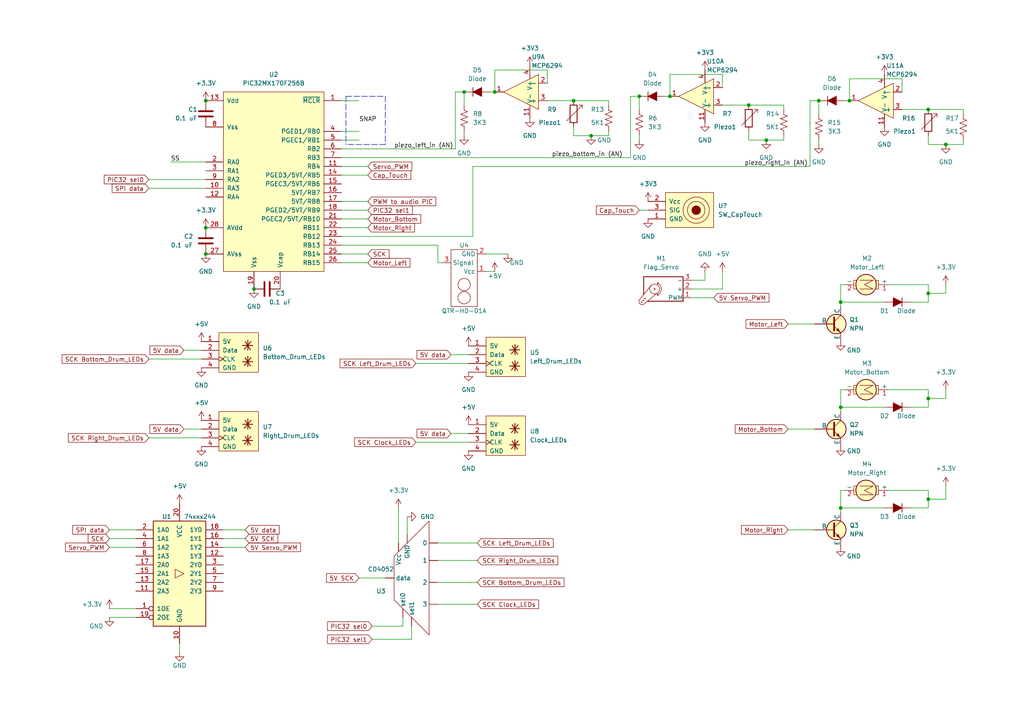
<source format=kicad_sch>
(kicad_sch (version 20211123) (generator eeschema)
  (paper "A4")
  (lib_symbols
    (symbol "ME218_BaseLib:74xxx244" (pin_names (offset 1.016))
      (property "Reference" "U" (at -7.62 16.51 0))
      (property "Value" "74xxx244" (at -7.62 -16.51 0))
      (symbol "74xxx244_1_0"
        (polyline (pts (xy 1.27 0) (xy -1.27 1.27) (xy -1.27 -1.27) (xy 1.27 0)) (stroke (width 0.1524)))
        (pin input inverted (at -12.7 -10.16 0) (length 5.08) (name "1OE") (number "1"))
        (pin power_in line (at 0 -20.32 90) (length 5.08) (name "GND") (number "10"))
        (pin input line (at -12.7 -5.08 0) (length 5.08) (name "2A3") (number "11"))
        (pin output line (at 12.7 5.08 180) (length 5.08) (name "1Y3") (number "12"))
        (pin input line (at -12.7 -2.54 0) (length 5.08) (name "2A2") (number "13"))
        (pin output line (at 12.7 7.62 180) (length 5.08) (name "1Y2") (number "14"))
        (pin input line (at -12.7 0 0) (length 5.08) (name "2A1") (number "15"))
        (pin output line (at 12.7 10.16 180) (length 5.08) (name "1Y1") (number "16"))
        (pin input line (at -12.7 2.54 0) (length 5.08) (name "2A0") (number "17"))
        (pin output line (at 12.7 12.7 180) (length 5.08) (name "1Y0") (number "18"))
        (pin input inverted (at -12.7 -12.7 0) (length 5.08) (name "2OE") (number "19"))
        (pin input line (at -12.7 12.7 0) (length 5.08) (name "1A0") (number "2"))
        (pin power_in line (at 0 20.32 270) (length 5.08) (name "VCC") (number "20"))
        (pin output line (at 12.7 2.54 180) (length 5.08) (name "2Y0") (number "3"))
        (pin input line (at -12.7 10.16 0) (length 5.08) (name "1A1") (number "4"))
        (pin output line (at 12.7 0 180) (length 5.08) (name "2Y1") (number "5"))
        (pin input line (at -12.7 7.62 0) (length 5.08) (name "1A2") (number "6"))
        (pin output line (at 12.7 -2.54 180) (length 5.08) (name "2Y2") (number "7"))
        (pin input line (at -12.7 5.08 0) (length 5.08) (name "1A3") (number "8"))
        (pin output line (at 12.7 -5.08 180) (length 5.08) (name "2Y3") (number "9"))
      )
      (symbol "74xxx244_1_1"
        (rectangle (start -7.62 15.24) (end 7.62 -15.24) (stroke (width 0.254)) (fill (type background)))
      )
    )
    (symbol "ME218_BaseLib:Cap" (pin_numbers hide) (pin_names (offset 0.254))
      (property "Reference" "C" (at 0.635 2.54 0))
      (property "Value" "Cap" (at 0.635 -2.54 0))
      (symbol "Cap_0_1"
        (polyline (pts (xy -2.032 -0.762) (xy 2.032 -0.762)) (stroke (width 0.508)))
        (polyline (pts (xy -2.032 0.762) (xy 2.032 0.762)) (stroke (width 0.508)))
      )
      (symbol "Cap_1_1"
        (pin passive line (at 0 3.81 270) (length 2.794) (name "~") (number "1"))
        (pin passive line (at 0 -3.81 90) (length 2.794) (name "~") (number "2"))
      )
    )
    (symbol "ME218_BaseLib:Diode" (pin_numbers hide) (pin_names (offset 1.016) hide)
      (property "Reference" "D" (at 0 2.54 0))
      (property "Value" "Diode" (at 0 -2.54 0))
      (symbol "Diode_0_1"
        (polyline (pts (xy -1.27 1.27) (xy -1.27 -1.27)) (stroke (width 0.2032)))
        (polyline (pts (xy 1.27 0) (xy -1.27 0)))
        (polyline (pts (xy 1.27 1.27) (xy 1.27 -1.27) (xy -1.27 0) (xy 1.27 1.27)) (stroke (width 0.2032)) (fill (type outline)))
      )
      (symbol "Diode_1_1"
        (pin passive line (at -3.81 0 0) (length 2.54) (name "K") (number "1"))
        (pin passive line (at 3.81 0 180) (length 2.54) (name "A") (number "2"))
      )
    )
    (symbol "ME218_BaseLib:Dot_Star" (pin_names (offset 1.016))
      (property "Reference" "U" (at 1.143 6.096 0))
      (property "Value" "Dot_Star" (at 0.762 -9.017 0))
      (symbol "Dot_Star_0_1"
        (rectangle (start -3.81 5.08) (end 7.62 -6.35) (fill (type background)))
        (polyline (pts (xy 3.048 1.397) (xy 5.969 1.397)) (stroke (width 0.254)))
        (polyline (pts (xy 3.556 0.254) (xy 5.461 2.54)) (stroke (width 0.254)))
        (polyline (pts (xy 3.81 2.54) (xy 5.334 0.127)) (stroke (width 0.254)))
        (polyline (pts (xy 4.572 2.921) (xy 4.572 0) (xy 4.572 0.127)) (stroke (width 0.254)))
      )
      (symbol "Dot_Star_1_1"
        (polyline (pts (xy 3.048 -3.302) (xy 5.969 -3.302)) (stroke (width 0.254)))
        (polyline (pts (xy 3.556 -4.445) (xy 5.461 -2.159)) (stroke (width 0.254)))
        (polyline (pts (xy 3.81 -2.159) (xy 5.334 -4.572)) (stroke (width 0.254)))
        (polyline (pts (xy 4.572 -1.778) (xy 4.572 -4.699) (xy 4.572 -4.572)) (stroke (width 0.254)))
        (pin power_in line (at -8.89 2.54 0) (length 5.08) (name "5V") (number "1"))
        (pin input line (at -8.89 0 0) (length 5.08) (name "Data") (number "2"))
        (pin input clock (at -8.89 -2.54 0) (length 5.08) (name "CLK") (number "3"))
        (pin power_in line (at -8.89 -5.08 0) (length 5.08) (name "GND") (number "4"))
      )
    )
    (symbol "ME218_BaseLib:MCP6294"
      (property "Reference" "U" (at 1.27 5.08 0))
      (property "Value" "MCP6294" (at 3.81 -5.08 0))
      (symbol "MCP6294_0_1"
        (polyline (pts (xy -5.08 5.08) (xy 5.08 0) (xy -5.08 -5.08) (xy -5.08 5.08)) (stroke (width 0.1524)) (fill (type background)))
        (pin power_in line (at -2.54 -7.62 90) (length 3.81) (name "V-") (number "11"))
        (pin power_in line (at -2.54 7.62 270) (length 3.81) (name "V+") (number "4"))
      )
      (symbol "MCP6294_1_1"
        (pin output line (at 7.62 0 180) (length 2.54) (name "~") (number "1"))
        (pin input line (at -7.62 2.54 0) (length 2.54) (name "-") (number "2"))
        (pin input line (at -7.62 -2.54 0) (length 2.54) (name "+") (number "3"))
      )
      (symbol "MCP6294_2_1"
        (pin input line (at -7.62 -2.54 0) (length 2.54) (name "+") (number "5"))
        (pin input line (at -7.62 2.54 0) (length 2.54) (name "-") (number "6"))
        (pin output line (at 7.62 0 180) (length 2.54) (name "~") (number "7"))
      )
      (symbol "MCP6294_3_1"
        (pin input line (at -7.62 -2.54 0) (length 2.54) (name "+") (number "10"))
        (pin output line (at 7.62 0 180) (length 2.54) (name "~") (number "8"))
        (pin input line (at -7.62 2.54 0) (length 2.54) (name "-") (number "9"))
      )
      (symbol "MCP6294_4_1"
        (pin input line (at -7.62 -2.54 0) (length 2.54) (name "+") (number "12"))
        (pin input line (at -7.62 2.54 0) (length 2.54) (name "-") (number "13"))
        (pin output line (at 7.62 0 180) (length 2.54) (name "~") (number "14"))
      )
    )
    (symbol "ME218_BaseLib:Motor" (pin_names (offset 0))
      (property "Reference" "M" (at 2.54 2.54 0))
      (property "Value" "Motor" (at 2.54 -5.08 0))
      (symbol "Motor_0_0"
        (circle (center 0 -1.524) (radius 2.9718) (stroke (width 0.254)) (fill (type background)))
        (polyline (pts (xy -1.27 -4.318) (xy -1.27 -5.08) (xy 1.27 -5.08) (xy 1.27 -4.318)) (fill (type background)))
        (polyline (pts (xy -1.27 1.27) (xy -1.27 2.032) (xy 1.27 2.032) (xy 1.27 1.27)) (fill (type background)))
        (polyline (pts (xy -1.27 -3.302) (xy -1.27 0.508) (xy 0 -2.032) (xy 1.27 0.508) (xy 1.27 -3.302)))
      )
      (symbol "Motor_0_1"
        (polyline (pts (xy 0 2.032) (xy 0 2.54)))
      )
      (symbol "Motor_1_1"
        (pin passive line (at 0 5.08 270) (length 2.54) (name "+") (number "1"))
        (pin passive line (at 0 -7.62 90) (length 2.54) (name "-") (number "2"))
      )
    )
    (symbol "ME218_BaseLib:Motor_Servo" (pin_names (offset 0.0254))
      (property "Reference" "M" (at -5.08 4.445 0))
      (property "Value" "Motor_Servo" (at -5.08 -4.064 0))
      (symbol "Motor_Servo_0_1"
        (polyline (pts (xy 2.413 -1.778) (xy 2.032 -1.778)))
        (polyline (pts (xy 2.413 -1.778) (xy 2.286 -1.397)))
        (polyline (pts (xy 2.413 1.778) (xy 1.905 1.778)))
        (polyline (pts (xy 2.413 1.778) (xy 2.286 1.397)))
        (polyline (pts (xy 6.35 4.445) (xy 2.54 1.27)))
        (polyline (pts (xy 7.62 3.175) (xy 4.191 -1.016)))
        (polyline (pts (xy 5.08 3.556) (xy -5.08 3.556) (xy -5.08 -3.556) (xy 6.35 -3.556) (xy 6.35 1.524)) (stroke (width 0.254)))
        (arc (start 2.413 1.778) (mid 1.2406 0) (end 2.413 -1.778))
        (circle (center 3.175 0) (radius 0.1778))
        (circle (center 3.175 0) (radius 1.4224))
        (circle (center 5.969 2.794) (radius 0.127))
        (circle (center 6.477 3.302) (radius 0.127))
        (circle (center 6.985 3.81) (radius 0.127))
        (arc (start 7.62 3.175) (mid 7.4485 4.2735) (end 6.35 4.445))
      )
      (symbol "Motor_Servo_1_1"
        (pin passive line (at -7.62 2.54 0) (length 2.54) (name "PWM") (number "1"))
        (pin passive line (at -7.62 0 0) (length 2.54) (name "+") (number "2"))
        (pin passive line (at -7.62 -2.54 0) (length 2.54) (name "-") (number "3"))
      )
    )
    (symbol "ME218_BaseLib:NPN" (pin_numbers hide) (pin_names (offset 0))
      (property "Reference" "Q" (at 5.08 1.27 0))
      (property "Value" "NPN" (at 5.08 -1.27 0))
      (symbol "NPN_0_1"
        (polyline (pts (xy 0.635 0.635) (xy 2.54 2.54)))
        (polyline (pts (xy 0.635 -0.635) (xy 2.54 -2.54) (xy 2.54 -2.54)))
        (polyline (pts (xy 0.635 1.905) (xy 0.635 -1.905) (xy 0.635 -1.905)) (stroke (width 0.508)))
        (polyline (pts (xy 1.27 -1.778) (xy 1.778 -1.27) (xy 2.286 -2.286) (xy 1.27 -1.778) (xy 1.27 -1.778)) (fill (type outline)))
        (circle (center 1.27 0) (radius 2.8194) (stroke (width 0.254)) (fill (type background)))
      )
      (symbol "NPN_1_1"
        (pin input line (at -5.08 0 0) (length 5.715) (name "B") (number "1"))
        (pin passive line (at 2.54 5.08 270) (length 2.54) (name "C") (number "2"))
        (pin passive line (at 2.54 -5.08 90) (length 2.54) (name "E") (number "3"))
      )
    )
    (symbol "ME218_BaseLib:PIC32MX170F256B" (pin_names (offset 1.016))
      (property "Reference" "U" (at -20.32 25.4 0))
      (property "Value" "PIC32MX170F256B" (at -7.62 25.4 0))
      (symbol "PIC32MX170F256B_0_1"
        (rectangle (start -21.59 24.13) (end 7.62 -27.94) (fill (type background)))
      )
      (symbol "PIC32MX170F256B_1_1"
        (pin input line (at 12.7 21.59 180) (length 5.08) (name "~{MCLR}") (number "1"))
        (pin bidirectional line (at -26.67 -3.81 0) (length 5.08) (name "RA3") (number "10"))
        (pin bidirectional line (at 12.7 2.54 180) (length 5.08) (name "RB4") (number "11"))
        (pin bidirectional line (at -26.67 -6.35 0) (length 5.08) (name "RA4") (number "12"))
        (pin power_in line (at -26.67 21.59 0) (length 5.08) (name "Vdd") (number "13"))
        (pin bidirectional line (at 12.7 0 180) (length 5.08) (name "PGED3/5VT/RB5") (number "14"))
        (pin bidirectional line (at 12.7 -2.54 180) (length 5.08) (name "PGEC3/5VT/RB6") (number "15"))
        (pin bidirectional line (at 12.7 -5.08 180) (length 5.08) (name "5VT/RB7") (number "16"))
        (pin bidirectional line (at 12.7 -7.62 180) (length 5.08) (name "5VT/RB8") (number "17"))
        (pin bidirectional line (at 12.7 -10.16 180) (length 5.08) (name "PGED2/5VT/RB9") (number "18"))
        (pin power_in line (at -12.7 -33.02 90) (length 5.08) (name "Vss") (number "19"))
        (pin bidirectional line (at -26.67 3.81 0) (length 5.08) (name "RA0") (number "2"))
        (pin input line (at -5.08 -33.02 90) (length 5.08) (name "Vcap") (number "20"))
        (pin bidirectional line (at 12.7 -12.7 180) (length 5.08) (name "PGEC2/5VT/RB10") (number "21"))
        (pin bidirectional line (at 12.7 -15.24 180) (length 5.08) (name "RB11") (number "22"))
        (pin bidirectional line (at 12.7 -17.78 180) (length 5.08) (name "RB12") (number "23"))
        (pin bidirectional line (at 12.7 -20.32 180) (length 5.08) (name "RB13") (number "24"))
        (pin bidirectional line (at 12.7 -22.86 180) (length 5.08) (name "RB14") (number "25"))
        (pin bidirectional line (at 12.7 -25.4 180) (length 5.08) (name "RB15") (number "26"))
        (pin power_in line (at -26.67 -22.86 0) (length 5.08) (name "AVss") (number "27"))
        (pin power_in line (at -26.67 -15.24 0) (length 5.08) (name "AVdd") (number "28"))
        (pin bidirectional line (at -26.67 1.27 0) (length 5.08) (name "RA1") (number "3"))
        (pin bidirectional line (at 12.7 12.7 180) (length 5.08) (name "PGED1/RB0") (number "4"))
        (pin bidirectional line (at 12.7 10.16 180) (length 5.08) (name "PGEC1/RB1") (number "5"))
        (pin bidirectional line (at 12.7 7.62 180) (length 5.08) (name "RB2") (number "6"))
        (pin bidirectional line (at 12.7 5.08 180) (length 5.08) (name "RB3") (number "7"))
        (pin power_in line (at -26.67 13.97 0) (length 5.08) (name "Vss") (number "8"))
        (pin bidirectional line (at -26.67 -1.27 0) (length 5.08) (name "RA2") (number "9"))
      )
    )
    (symbol "ME218_BaseLib:Res1" (pin_numbers hide) (pin_names (offset 0))
      (property "Reference" "R" (at 2.54 0 90))
      (property "Value" "Res1" (at -2.54 0 90))
      (symbol "Res1_0_1"
        (polyline (pts (xy 0 -2.286) (xy 0 -2.54)))
        (polyline (pts (xy 0 2.286) (xy 0 2.54)))
        (polyline (pts (xy 0 -0.762) (xy 1.016 -1.143) (xy 0 -1.524) (xy -1.016 -1.905) (xy 0 -2.286)))
        (polyline (pts (xy 0 0.762) (xy 1.016 0.381) (xy 0 0) (xy -1.016 -0.381) (xy 0 -0.762)))
        (polyline (pts (xy 0 2.286) (xy 1.016 1.905) (xy 0 1.524) (xy -1.016 1.143) (xy 0 0.762)))
      )
      (symbol "Res1_1_1"
        (pin passive line (at 0 3.81 270) (length 1.27) (name "~") (number "1"))
        (pin passive line (at 0 -3.81 90) (length 1.27) (name "~") (number "2"))
      )
    )
    (symbol "ME218_BaseLib:Res_Adj2" (pin_numbers hide) (pin_names (offset 0))
      (property "Reference" "R" (at 2.54 -2.54 90))
      (property "Value" "Res_Adj2" (at -2.54 -1.27 90))
      (symbol "Res_Adj2_0_1"
        (rectangle (start -1.016 -2.54) (end 1.016 2.54) (stroke (width 0.254)))
        (polyline (pts (xy 2.54 1.524) (xy 2.54 2.54) (xy 1.524 2.54) (xy 2.54 2.54) (xy -2.032 -2.032)))
      )
      (symbol "Res_Adj2_1_1"
        (pin passive line (at 0 3.81 270) (length 1.27) (name "~") (number "1"))
        (pin passive line (at 0 -3.81 90) (length 1.27) (name "~") (number "2"))
      )
    )
    (symbol "ME218_BaseLib:SW_CapTouch" (pin_names (offset 1.016))
      (property "Reference" "U" (at -3.81 6.35 0))
      (property "Value" "SW_CapTouch" (at 2.54 -6.35 0))
      (symbol "SW_CapTouch_0_1"
        (rectangle (start -5.08 5.08) (end 8.89 -5.08) (fill (type background)))
        (circle (center 3.81 0) (radius 1.27) (fill (type outline)))
        (circle (center 3.81 0) (radius 2.54))
        (circle (center 3.81 0) (radius 3.81))
      )
      (symbol "SW_CapTouch_1_1"
        (pin power_in line (at -10.16 -2.54 0) (length 5.08) (name "GND") (number "1"))
        (pin power_in line (at -10.16 2.54 0) (length 5.08) (name "Vcc") (number "2"))
        (pin output line (at -10.16 0 0) (length 5.08) (name "SIG") (number "3"))
      )
    )
    (symbol "Project_Lib:4-1_MUX"
      (property "Reference" "U?" (at 6.35 -15.24 0))
      (property "Value" "CD4052" (at 8.89 -11.43 0))
      (symbol "4-1_MUX_0_1"
        (polyline (pts (xy -6.35 6.35) (xy -6.35 -6.35) (xy 3.81 -16.51) (xy 3.81 16.51) (xy -6.35 6.35) (xy -6.35 3.81) (xy -6.35 -3.81)))
      )
      (symbol "4-1_MUX_1_1"
        (pin output line (at 6.35 10.16 180) (length 2.54) (name "0") (number ""))
        (pin output line (at 6.35 5.08 180) (length 2.54) (name "1") (number ""))
        (pin output line (at 6.35 -1.27 180) (length 2.54) (name "2") (number ""))
        (pin output line (at 6.35 -7.62 180) (length 2.54) (name "3") (number ""))
        (pin input line (at -8.89 0 0) (length 2.54) (name "data") (number ""))
        (pin input line (at -2.54 12.7 270) (length 2.54) (name "GND") (number ""))
        (pin input line (at -3.81 -11.43 90) (length 2.54) (name "sel0") (number ""))
        (pin input line (at -1.27 -13.97 90) (length 2.54) (name "sel1") (number ""))
        (pin input line (at -5.08 10.16 270) (length 2.54) (name "Vcc") (number ""))
      )
    )
    (symbol "Project_Lib:QTR-HD-01A"
      (property "Reference" "U?" (at -17.78 26.67 0))
      (property "Value" "QTR-HD-01A" (at -17.78 7.62 0))
      (symbol "QTR-HD-01A_0_1"
        (rectangle (start -3.81 8.89) (end 3.81 -7.62))
        (circle (center 0 2.54) (radius 1.7961))
        (circle (center 0 6.35) (radius 1.7961))
      )
      (symbol "QTR-HD-01A_1_1"
        (pin input line (at -6.35 -1.27 0) (length 2.54) (name "Vcc") (number "1"))
        (pin input line (at -6.35 -6.35 0) (length 2.54) (name "GND") (number "2"))
        (pin output line (at 6.35 -3.81 180) (length 2.54) (name "Signal") (number "3"))
      )
    )
    (symbol "power:+3.3V" (power) (pin_names (offset 0))
      (property "Value" "+3.3V" (at 0 3.556 0))
      (symbol "+3.3V_0_1"
        (polyline (pts (xy -0.762 1.27) (xy 0 2.54)))
        (polyline (pts (xy 0 0) (xy 0 2.54)))
        (polyline (pts (xy 0 2.54) (xy 0.762 1.27)))
      )
      (symbol "+3.3V_1_1"
        (pin power_in line (at 0 0 90) (length 0) hide (name "+3.3V") (number "1"))
      )
    )
    (symbol "power:+3V3" (power) (pin_names (offset 0))
      (property "Value" "+3V3" (at 0 3.556 0))
      (symbol "+3V3_0_1"
        (polyline (pts (xy -0.762 1.27) (xy 0 2.54)))
        (polyline (pts (xy 0 0) (xy 0 2.54)))
        (polyline (pts (xy 0 2.54) (xy 0.762 1.27)))
      )
      (symbol "+3V3_1_1"
        (pin power_in line (at 0 0 90) (length 0) hide (name "+3V3") (number "1"))
      )
    )
    (symbol "power:+5V" (power) (pin_names (offset 0))
      (property "Value" "+5V" (at 0 3.556 0))
      (symbol "+5V_0_1"
        (polyline (pts (xy -0.762 1.27) (xy 0 2.54)))
        (polyline (pts (xy 0 0) (xy 0 2.54)))
        (polyline (pts (xy 0 2.54) (xy 0.762 1.27)))
      )
      (symbol "+5V_1_1"
        (pin power_in line (at 0 0 90) (length 0) hide (name "+5V") (number "1"))
      )
    )
    (symbol "power:GND" (power) (pin_names (offset 0))
      (property "Value" "GND" (at 0 -3.81 0))
      (symbol "GND_0_1"
        (polyline (pts (xy 0 0) (xy 0 -1.27) (xy 1.27 -1.27) (xy 0 -2.54) (xy -1.27 -1.27) (xy 0 -1.27)))
      )
      (symbol "GND_1_1"
        (pin power_in line (at 0 0 270) (length 0) hide (name "GND") (number "1"))
      )
    )
  )
  (junction (at 59.69 29.21))
  (junction (at 73.66 83.82))
  (junction (at 274.32 41.91))
  (junction (at 269.24 31.75))
  (junction (at 243.84 118.11))
  (junction (at 194.31 27.94))
  (junction (at 237.49 29.21))
  (junction (at 134.62 26.67))
  (junction (at 217.17 30.48))
  (junction (at 269.24 85.09))
  (junction (at 269.24 115.57))
  (junction (at 59.69 66.04))
  (junction (at 166.37 29.21))
  (junction (at 222.25 40.64))
  (junction (at 185.42 27.94))
  (junction (at 269.24 144.78))
  (junction (at 59.69 73.66))
  (junction (at 246.38 29.21))
  (junction (at 243.84 87.63))
  (junction (at 243.84 147.32))
  (junction (at 171.45 39.37))
  (junction (at 143.51 26.67))
  (polyline (pts (xy 100.33 27.94) (xy 100.33 41.91)))
  (polyline (pts (xy 100.33 27.94) (xy 111.76 27.94)))
  (wire (pts (xy 269.24 144.78) (xy 274.32 144.78)))
  (wire (pts (xy 237.49 40.64) (xy 237.49 41.91)))
  (wire (pts (xy 99.06 71.12) (xy 127 71.12)))
  (wire (pts (xy 269.24 115.57) (xy 274.32 115.57)))
  (wire (pts (xy 116.84 179.07) (xy 116.84 181.61)))
  (wire (pts (xy 194.31 21.59) (xy 194.31 27.94)))
  (wire (pts (xy 269.24 113.03) (xy 269.24 115.57)))
  (wire (pts (xy 43.18 127) (xy 58.42 127)))
  (wire (pts (xy 158.75 29.21) (xy 166.37 29.21)))
  (wire (pts (xy 31.75 176.53) (xy 39.37 176.53)))
  (wire (pts (xy 127 162.56) (xy 138.43 162.56)))
  (wire (pts (xy 269.24 39.37) (xy 269.24 41.91)))
  (wire (pts (xy 142.24 26.67) (xy 143.51 26.67)))
  (wire (pts (xy 256.54 147.32) (xy 243.84 147.32)))
  (wire (pts (xy 209.55 83.82) (xy 209.55 78.74)))
  (wire (pts (xy 257.81 113.03) (xy 269.24 113.03)))
  (wire (pts (xy 269.24 115.57) (xy 269.24 118.11)))
  (wire (pts (xy 269.24 85.09) (xy 274.32 85.09)))
  (wire (pts (xy 120.65 128.27) (xy 135.89 128.27)))
  (wire (pts (xy 52.07 186.69) (xy 52.07 189.23)))
  (wire (pts (xy 64.77 153.67) (xy 71.12 153.67)))
  (wire (pts (xy 243.84 87.63) (xy 243.84 88.9)))
  (wire (pts (xy 99.06 29.21) (xy 104.14 29.21)))
  (wire (pts (xy 99.06 73.66) (xy 106.68 73.66)))
  (wire (pts (xy 158.75 20.32) (xy 143.51 20.32)))
  (wire (pts (xy 120.65 105.41) (xy 135.89 105.41)))
  (wire (pts (xy 185.42 60.96) (xy 187.96 60.96)))
  (wire (pts (xy 104.14 167.64) (xy 111.76 167.64)))
  (wire (pts (xy 127 157.48) (xy 138.43 157.48)))
  (wire (pts (xy 176.53 38.1) (xy 176.53 39.37)))
  (wire (pts (xy 227.33 30.48) (xy 217.17 30.48)))
  (wire (pts (xy 132.08 26.67) (xy 134.62 26.67)))
  (wire (pts (xy 269.24 82.55) (xy 269.24 85.09)))
  (wire (pts (xy 234.95 48.26) (xy 137.16 48.26)))
  (wire (pts (xy 243.84 142.24) (xy 243.84 147.32)))
  (wire (pts (xy 134.62 26.67) (xy 134.62 30.48)))
  (wire (pts (xy 127 175.26) (xy 138.43 175.26)))
  (wire (pts (xy 31.75 179.07) (xy 39.37 179.07)))
  (wire (pts (xy 43.18 54.61) (xy 59.69 54.61)))
  (wire (pts (xy 228.6 153.67) (xy 236.22 153.67)))
  (wire (pts (xy 243.84 118.11) (xy 243.84 119.38)))
  (wire (pts (xy 127 71.12) (xy 127 76.2)))
  (wire (pts (xy 256.54 118.11) (xy 243.84 118.11)))
  (wire (pts (xy 176.53 29.21) (xy 166.37 29.21)))
  (wire (pts (xy 158.75 24.13) (xy 158.75 20.32)))
  (wire (pts (xy 200.66 83.82) (xy 209.55 83.82)))
  (wire (pts (xy 274.32 85.09) (xy 274.32 82.55)))
  (wire (pts (xy 261.62 26.67) (xy 261.62 22.86)))
  (wire (pts (xy 209.55 30.48) (xy 217.17 30.48)))
  (wire (pts (xy 193.04 27.94) (xy 194.31 27.94)))
  (wire (pts (xy 237.49 29.21) (xy 237.49 33.02)))
  (wire (pts (xy 99.06 40.64) (xy 104.14 40.64)))
  (wire (pts (xy 279.4 33.02) (xy 279.4 31.75)))
  (wire (pts (xy 222.25 40.64) (xy 217.17 40.64)))
  (wire (pts (xy 234.95 29.21) (xy 234.95 48.26)))
  (wire (pts (xy 130.81 102.87) (xy 135.89 102.87)))
  (wire (pts (xy 140.97 73.66) (xy 147.32 73.66)))
  (wire (pts (xy 166.37 36.83) (xy 166.37 39.37)))
  (wire (pts (xy 269.24 142.24) (xy 269.24 144.78)))
  (wire (pts (xy 209.55 25.4) (xy 209.55 21.59)))
  (wire (pts (xy 261.62 22.86) (xy 246.38 22.86)))
  (wire (pts (xy 43.18 104.14) (xy 58.42 104.14)))
  (wire (pts (xy 257.81 142.24) (xy 269.24 142.24)))
  (wire (pts (xy 200.66 81.28) (xy 204.47 81.28)))
  (wire (pts (xy 234.95 29.21) (xy 237.49 29.21)))
  (wire (pts (xy 227.33 40.64) (xy 222.25 40.64)))
  (wire (pts (xy 115.57 147.32) (xy 115.57 157.48)))
  (wire (pts (xy 137.16 48.26) (xy 137.16 68.58)))
  (wire (pts (xy 176.53 39.37) (xy 171.45 39.37)))
  (wire (pts (xy 227.33 31.75) (xy 227.33 30.48)))
  (wire (pts (xy 134.62 38.1) (xy 134.62 39.37)))
  (wire (pts (xy 227.33 39.37) (xy 227.33 40.64)))
  (wire (pts (xy 245.11 82.55) (xy 243.84 82.55)))
  (wire (pts (xy 243.84 147.32) (xy 243.84 148.59)))
  (wire (pts (xy 143.51 20.32) (xy 143.51 26.67)))
  (wire (pts (xy 228.6 93.98) (xy 236.22 93.98)))
  (polyline (pts (xy 111.76 27.94) (xy 111.76 41.91)))
  (wire (pts (xy 31.75 158.75) (xy 39.37 158.75)))
  (wire (pts (xy 140.97 78.74) (xy 143.51 78.74)))
  (wire (pts (xy 127 168.91) (xy 138.43 168.91)))
  (wire (pts (xy 99.06 58.42) (xy 106.68 58.42)))
  (wire (pts (xy 257.81 82.55) (xy 269.24 82.55)))
  (wire (pts (xy 99.06 76.2) (xy 106.68 76.2)))
  (wire (pts (xy 274.32 140.97) (xy 274.32 144.78)))
  (wire (pts (xy 130.81 125.73) (xy 135.89 125.73)))
  (wire (pts (xy 99.06 60.96) (xy 106.68 60.96)))
  (wire (pts (xy 99.06 45.72) (xy 182.88 45.72)))
  (wire (pts (xy 245.11 142.24) (xy 243.84 142.24)))
  (wire (pts (xy 279.4 41.91) (xy 274.32 41.91)))
  (wire (pts (xy 274.32 115.57) (xy 274.32 113.03)))
  (wire (pts (xy 182.88 27.94) (xy 182.88 45.72)))
  (wire (pts (xy 269.24 87.63) (xy 264.16 87.63)))
  (wire (pts (xy 99.06 43.18) (xy 132.08 43.18)))
  (wire (pts (xy 49.53 46.99) (xy 59.69 46.99)))
  (wire (pts (xy 64.77 156.21) (xy 71.12 156.21)))
  (wire (pts (xy 261.62 31.75) (xy 269.24 31.75)))
  (wire (pts (xy 269.24 144.78) (xy 269.24 147.32)))
  (wire (pts (xy 246.38 22.86) (xy 246.38 29.21)))
  (wire (pts (xy 269.24 118.11) (xy 264.16 118.11)))
  (wire (pts (xy 43.18 52.07) (xy 59.69 52.07)))
  (wire (pts (xy 31.75 156.21) (xy 39.37 156.21)))
  (wire (pts (xy 279.4 31.75) (xy 269.24 31.75)))
  (wire (pts (xy 185.42 27.94) (xy 185.42 31.75)))
  (wire (pts (xy 99.06 63.5) (xy 106.68 63.5)))
  (wire (pts (xy 185.42 39.37) (xy 185.42 40.64)))
  (wire (pts (xy 99.06 68.58) (xy 137.16 68.58)))
  (wire (pts (xy 279.4 40.64) (xy 279.4 41.91)))
  (wire (pts (xy 53.34 124.46) (xy 58.42 124.46)))
  (wire (pts (xy 132.08 43.18) (xy 132.08 26.67)))
  (wire (pts (xy 118.11 149.86) (xy 118.11 154.94)))
  (wire (pts (xy 269.24 85.09) (xy 269.24 87.63)))
  (wire (pts (xy 31.75 153.67) (xy 39.37 153.67)))
  (wire (pts (xy 245.11 29.21) (xy 246.38 29.21)))
  (wire (pts (xy 99.06 50.8) (xy 106.68 50.8)))
  (wire (pts (xy 119.38 181.61) (xy 119.38 185.42)))
  (wire (pts (xy 53.34 101.6) (xy 58.42 101.6)))
  (wire (pts (xy 204.47 81.28) (xy 204.47 78.74)))
  (wire (pts (xy 269.24 147.32) (xy 264.16 147.32)))
  (wire (pts (xy 99.06 48.26) (xy 106.68 48.26)))
  (wire (pts (xy 200.66 86.36) (xy 207.01 86.36)))
  (wire (pts (xy 209.55 21.59) (xy 194.31 21.59)))
  (wire (pts (xy 217.17 38.1) (xy 217.17 40.64)))
  (wire (pts (xy 256.54 87.63) (xy 243.84 87.63)))
  (wire (pts (xy 99.06 66.04) (xy 106.68 66.04)))
  (wire (pts (xy 274.32 41.91) (xy 269.24 41.91)))
  (wire (pts (xy 243.84 113.03) (xy 243.84 118.11)))
  (wire (pts (xy 171.45 39.37) (xy 166.37 39.37)))
  (wire (pts (xy 176.53 30.48) (xy 176.53 29.21)))
  (polyline (pts (xy 111.76 41.91) (xy 100.33 41.91)))
  (wire (pts (xy 245.11 113.03) (xy 243.84 113.03)))
  (wire (pts (xy 116.84 181.61) (xy 107.95 181.61)))
  (wire (pts (xy 127 76.2) (xy 128.27 76.2)))
  (wire (pts (xy 243.84 82.55) (xy 243.84 87.63)))
  (wire (pts (xy 99.06 38.1) (xy 104.14 38.1)))
  (wire (pts (xy 119.38 185.42) (xy 107.95 185.42)))
  (wire (pts (xy 228.6 124.46) (xy 236.22 124.46)))
  (wire (pts (xy 64.77 158.75) (xy 71.12 158.75)))
  (wire (pts (xy 182.88 27.94) (xy 185.42 27.94)))
  (label "SNAP" (at 104.14 35.56 0))
  (label "piezo_right_in (AN)" (at 215.9 48.26 0))
  (label "piezo_bottom_in (AN)" (at 160.02 45.72 0))
  (label "SS" (at 49.53 46.99 0))
  (label "piezo_left_in (AN)" (at 114.3 43.18 0))
  (global_label "5V Servo_PWM" (shape input) (at 71.12 158.75 0) (property "Intersheet References" "${INTERSHEET_REFS}" (effects hide)))
  (global_label "Motor_Right" (shape input) (at 228.6 153.67 180) (property "Intersheet References" "${INTERSHEET_REFS}" (effects hide)))
  (global_label "PWM to audio PIC" (shape input) (at 106.68 58.42 0) (property "Intersheet References" "${INTERSHEET_REFS}" (effects hide)))
  (global_label "Motor_Left" (shape input) (at 228.6 93.98 180) (property "Intersheet References" "${INTERSHEET_REFS}" (effects hide)))
  (global_label "Cap_Touch" (shape input) (at 106.68 50.8 0) (property "Intersheet References" "${INTERSHEET_REFS}" (effects hide)))
  (global_label "Cap_Touch" (shape input) (at 185.42 60.96 180) (property "Intersheet References" "${INTERSHEET_REFS}" (effects hide)))
  (global_label "Motor_Bottom" (shape input) (at 228.6 124.46 180) (property "Intersheet References" "${INTERSHEET_REFS}" (effects hide)))
  (global_label "Motor_Left" (shape input) (at 106.68 76.2 0) (property "Intersheet References" "${INTERSHEET_REFS}" (effects hide)))
  (global_label "Motor_Right" (shape input) (at 106.68 66.04 0) (property "Intersheet References" "${INTERSHEET_REFS}" (effects hide)))
  (global_label "5V data" (shape input) (at 53.34 124.46 180) (property "Intersheet References" "${INTERSHEET_REFS}" (effects hide)))
  (global_label "PIC32 sel0" (shape input) (at 43.18 52.07 180) (property "Intersheet References" "${INTERSHEET_REFS}" (effects hide)))
  (global_label "5V data" (shape input) (at 130.81 102.87 180) (property "Intersheet References" "${INTERSHEET_REFS}" (effects hide)))
  (global_label "5V data" (shape input) (at 130.81 125.73 180) (property "Intersheet References" "${INTERSHEET_REFS}" (effects hide)))
  (global_label "5V SCK" (shape input) (at 71.12 156.21 0) (property "Intersheet References" "${INTERSHEET_REFS}" (effects hide)))
  (global_label "5V SCK" (shape input) (at 104.14 167.64 180) (property "Intersheet References" "${INTERSHEET_REFS}" (effects hide)))
  (global_label "SCK Left_Drum_LEDs" (shape input) (at 138.43 157.48 0) (property "Intersheet References" "${INTERSHEET_REFS}" (effects hide)))
  (global_label "Servo_PWM" (shape input) (at 106.68 48.26 0) (property "Intersheet References" "${INTERSHEET_REFS}" (effects hide)))
  (global_label "5V data" (shape input) (at 53.34 101.6 180) (property "Intersheet References" "${INTERSHEET_REFS}" (effects hide)))
  (global_label "SPI data" (shape input) (at 31.75 153.67 180) (property "Intersheet References" "${INTERSHEET_REFS}" (effects hide)))
  (global_label "SCK Right_Drum_LEDs" (shape input) (at 43.18 127 180) (property "Intersheet References" "${INTERSHEET_REFS}" (effects hide)))
  (global_label "SCK Bottom_Drum_LEDs" (shape input) (at 43.18 104.14 180) (property "Intersheet References" "${INTERSHEET_REFS}" (effects hide)))
  (global_label "PIC32 sel0" (shape input) (at 107.95 181.61 180) (property "Intersheet References" "${INTERSHEET_REFS}" (effects hide)))
  (global_label "SCK" (shape input) (at 106.68 73.66 0) (property "Intersheet References" "${INTERSHEET_REFS}" (effects hide)))
  (global_label "PIC32 sel1" (shape input) (at 106.68 60.96 0) (property "Intersheet References" "${INTERSHEET_REFS}" (effects hide)))
  (global_label "SCK Clock_LEDs" (shape input) (at 120.65 128.27 180) (property "Intersheet References" "${INTERSHEET_REFS}" (effects hide)))
  (global_label "5V data" (shape input) (at 71.12 153.67 0) (property "Intersheet References" "${INTERSHEET_REFS}" (effects hide)))
  (global_label "SCK Left_Drum_LEDs" (shape input) (at 120.65 105.41 180) (property "Intersheet References" "${INTERSHEET_REFS}" (effects hide)))
  (global_label "SCK Bottom_Drum_LEDs" (shape input) (at 138.43 168.91 0) (property "Intersheet References" "${INTERSHEET_REFS}" (effects hide)))
  (global_label "5V Servo_PWM" (shape input) (at 207.01 86.36 0) (property "Intersheet References" "${INTERSHEET_REFS}" (effects hide)))
  (global_label "Motor_Bottom" (shape input) (at 106.68 63.5 0) (property "Intersheet References" "${INTERSHEET_REFS}" (effects hide)))
  (global_label "SCK" (shape input) (at 31.75 156.21 180) (property "Intersheet References" "${INTERSHEET_REFS}" (effects hide)))
  (global_label "SPI data" (shape input) (at 43.18 54.61 180) (property "Intersheet References" "${INTERSHEET_REFS}" (effects hide)))
  (global_label "Servo_PWM" (shape input) (at 31.75 158.75 180) (property "Intersheet References" "${INTERSHEET_REFS}" (effects hide)))
  (global_label "SCK Right_Drum_LEDs" (shape input) (at 138.43 162.56 0) (property "Intersheet References" "${INTERSHEET_REFS}" (effects hide)))
  (global_label "PIC32 sel1" (shape input) (at 107.95 185.42 180) (property "Intersheet References" "${INTERSHEET_REFS}" (effects hide)))
  (global_label "SCK Clock_LEDs" (shape input) (at 138.43 175.26 0) (property "Intersheet References" "${INTERSHEET_REFS}" (effects hide)))
  (symbol (lib_id "power:GND") (at 153.67 34.29 0) (unit 1)
    (property "Reference" "#PWR033" (effects hide))
    (property "Value" "GND" (at 153.67 39.37 0))
  )
  (symbol (lib_id "ME218_BaseLib:Diode") (at 138.43 26.67 0) (unit 1)
    (property "Reference" "D5" (at 138.43 20.32 0))
    (property "Value" "Diode" (at 138.43 22.86 0))
  )
  (symbol (lib_id "ME218_BaseLib:Res1") (at 227.33 35.56 180) (unit 1)
    (property "Reference" "R14" (at 226.06 33.02 0) (effects (justify left)))
    (property "Value" "5K1" (at 226.06 36.83 0) (effects (justify left)))
  )
  (symbol (lib_id "ME218_BaseLib:Diode") (at 260.35 147.32 180) (unit 1)
    (property "Reference" "D3" (at 256.54 149.86 0))
    (property "Value" "Diode" (at 262.89 149.86 0))
  )
  (symbol (lib_id "ME218_BaseLib:Res_Adj2") (at 166.37 33.02 0) (unit 1)
    (property "Reference" "R9" (at 158.75 31.75 0) (effects (justify left)))
    (property "Value" "Piezo1" (at 156.21 35.56 0) (effects (justify left)))
  )
  (symbol (lib_id "power:GND") (at 171.45 39.37 0) (unit 1)
    (property "Reference" "#PWR031" (effects hide))
    (property "Value" "GND" (at 175.26 40.64 0))
  )
  (symbol (lib_id "power:GND") (at 31.75 179.07 0) (unit 1)
    (property "Reference" "#PWR02" (effects hide))
    (property "Value" "GND" (at 27.94 181.61 0))
  )
  (symbol (lib_id "ME218_BaseLib:Dot_Star") (at 144.78 102.87 0) (unit 1)
    (property "Reference" "U5" (at 153.67 102.2349 0) (effects (justify left)))
    (property "Value" "Left_Drum_LEDs" (at 153.67 104.7749 0) (effects (justify left)))
  )
  (symbol (lib_id "power:+5V") (at 58.42 99.06 0) (unit 1)
    (property "Reference" "#PWR019" (effects hide))
    (property "Value" "+5V" (at 58.42 93.98 0))
  )
  (symbol (lib_id "ME218_BaseLib:Motor") (at 252.73 82.55 270) (unit 1)
    (property "Reference" "M2" (at 251.46 74.93 90))
    (property "Value" "Motor_Left" (at 251.46 77.47 90))
  )
  (symbol (lib_id "power:GND") (at 185.42 40.64 0) (unit 1)
    (property "Reference" "#PWR034" (effects hide))
    (property "Value" "GND" (at 185.42 45.72 0))
  )
  (symbol (lib_id "power:+5V") (at 58.42 121.92 0) (unit 1)
    (property "Reference" "#PWR021" (effects hide))
    (property "Value" "+5V" (at 58.42 116.84 0))
  )
  (symbol (lib_id "ME218_BaseLib:Cap") (at 77.47 83.82 90) (unit 1)
    (property "Reference" "C3" (at 81.28 85.09 90))
    (property "Value" "0.1 uF" (at 81.28 87.63 90))
  )
  (symbol (lib_id "ME218_BaseLib:Dot_Star") (at 67.31 101.6 0) (unit 1)
    (property "Reference" "U6" (at 76.2 100.9649 0) (effects (justify left)))
    (property "Value" "Bottom_Drum_LEDs" (at 76.2 103.5049 0) (effects (justify left)))
  )
  (symbol (lib_id "power:+3.3V") (at 59.69 66.04 0) (unit 1)
    (property "Reference" "#PWR08" (effects hide))
    (property "Value" "+3.3V" (at 59.69 60.96 0))
  )
  (symbol (lib_id "ME218_BaseLib:Res_Adj2") (at 269.24 35.56 0) (unit 1)
    (property "Reference" "R16" (at 261.62 34.29 0) (effects (justify left)))
    (property "Value" "Piezo1" (at 259.08 38.1 0) (effects (justify left)))
  )
  (symbol (lib_id "ME218_BaseLib:MCP6294") (at 201.93 27.94 0) (mirror y) (unit 1)
    (property "Reference" "U10" (at 204.9906 17.78 0) (effects (justify right)))
    (property "Value" "MCP6294" (at 204.9906 20.32 0) (effects (justify right)))
  )
  (symbol (lib_id "power:+3V3") (at 187.96 58.42 0) (unit 1)
    (property "Reference" "#PWR013" (effects hide))
    (property "Value" "+3V3" (at 187.96 53.34 0))
  )
  (symbol (lib_id "ME218_BaseLib:MCP6294") (at 151.13 26.67 0) (mirror y) (unit 1)
    (property "Reference" "U9" (at 154.1906 16.51 0) (effects (justify right)))
    (property "Value" "MCP6294" (at 154.1906 19.05 0) (effects (justify right)))
  )
  (symbol (lib_id "power:+3.3V") (at 274.32 82.55 0) (unit 1)
    (property "Reference" "#PWR028" (effects hide))
    (property "Value" "+3.3V" (at 274.32 77.47 0))
  )
  (symbol (lib_id "power:GND") (at 237.49 41.91 0) (unit 1)
    (property "Reference" "#PWR040" (effects hide))
    (property "Value" "GND" (at 237.49 46.99 0))
  )
  (symbol (lib_id "ME218_BaseLib:Res1") (at 279.4 36.83 180) (unit 1)
    (property "Reference" "R17" (at 278.13 34.29 0) (effects (justify left)))
    (property "Value" "5K1" (at 278.13 38.1 0) (effects (justify left)))
  )
  (symbol (lib_id "ME218_BaseLib:Diode") (at 260.35 87.63 180) (unit 1)
    (property "Reference" "D1" (at 256.54 90.17 0))
    (property "Value" "Diode" (at 262.89 90.17 0))
  )
  (symbol (lib_id "power:GND") (at 118.11 149.86 90) (unit 1)
    (property "Reference" "#PWR012" (effects hide))
    (property "Value" "GND" (at 121.92 149.8599 90) (effects (justify right)))
  )
  (symbol (lib_id "power:GND") (at 204.47 78.74 180) (unit 1)
    (property "Reference" "#PWR03" (effects hide))
    (property "Value" "GND" (at 204.47 73.66 0))
  )
  (symbol (lib_id "Project_Lib:4-1_MUX") (at 120.65 167.64 0) (unit 1)
    (property "Reference" "U3" (at 110.49 171.45 0))
    (property "Value" "CD4052" (at 110.49 165.1 0))
  )
  (symbol (lib_id "ME218_BaseLib:Res1") (at 176.53 34.29 180) (unit 1)
    (property "Reference" "R13" (at 175.26 31.75 0) (effects (justify left)))
    (property "Value" "5K1" (at 175.26 35.56 0) (effects (justify left)))
  )
  (symbol (lib_id "ME218_BaseLib:PIC32MX170F256B") (at 86.36 50.8 0) (unit 1)
    (property "Reference" "U2" (at 79.375 21.59 0))
    (property "Value" "PIC32MX170F256B" (at 79.375 24.13 0))
  )
  (symbol (lib_id "power:+3V3") (at 204.47 20.32 0) (unit 1)
    (property "Reference" "#PWR035" (effects hide))
    (property "Value" "+3V3" (at 204.47 15.24 0))
  )
  (symbol (lib_id "ME218_BaseLib:MCP6294") (at 254 29.21 0) (mirror y) (unit 1)
    (property "Reference" "U11" (at 257.0606 19.05 0) (effects (justify right)))
    (property "Value" "MCP6294" (at 257.0606 21.59 0) (effects (justify right)))
  )
  (symbol (lib_id "power:GND") (at 147.32 73.66 0) (unit 1)
    (property "Reference" "#PWR024" (effects hide))
    (property "Value" "GND" (at 149.86 76.2 0))
  )
  (symbol (lib_id "power:GND") (at 59.69 73.66 0) (unit 1)
    (property "Reference" "#PWR09" (effects hide))
    (property "Value" "GND" (at 59.69 78.74 0))
  )
  (symbol (lib_id "ME218_BaseLib:Diode") (at 241.3 29.21 0) (unit 1)
    (property "Reference" "D6" (at 241.3 22.86 0))
    (property "Value" "Diode" (at 241.3 25.4 0))
  )
  (symbol (lib_id "ME218_BaseLib:Cap") (at 59.69 69.85 0) (unit 1)
    (property "Reference" "C2" (at 53.34 68.58 0) (effects (justify left)))
    (property "Value" "0.1 uF" (at 49.53 71.12 0) (effects (justify left)))
  )
  (symbol (lib_id "power:+5V") (at 52.07 146.05 0) (unit 1)
    (property "Reference" "#PWR05" (effects hide))
    (property "Value" "+5V" (at 52.07 140.97 0))
  )
  (symbol (lib_id "power:GND") (at 52.07 189.23 0) (unit 1)
    (property "Reference" "#PWR06" (effects hide))
    (property "Value" "GND" (at 52.07 193.04 0))
  )
  (symbol (lib_id "ME218_BaseLib:Res_Adj2") (at 217.17 34.29 0) (unit 1)
    (property "Reference" "R7" (at 209.55 33.02 0) (effects (justify left)))
    (property "Value" "Piezo1" (at 207.01 36.83 0) (effects (justify left)))
  )
  (symbol (lib_id "power:+3.3V") (at 274.32 113.03 0) (unit 1)
    (property "Reference" "#PWR029" (effects hide))
    (property "Value" "+3.3V" (at 274.32 107.95 0))
  )
  (symbol (lib_id "power:GND") (at 256.54 36.83 0) (unit 1)
    (property "Reference" "#PWR042" (effects hide))
    (property "Value" "GND" (at 256.54 41.91 0))
  )
  (symbol (lib_id "ME218_BaseLib:Res1") (at 237.49 36.83 0) (unit 1)
    (property "Reference" "R15" (at 240.03 35.5599 0) (effects (justify left)))
    (property "Value" "3K3" (at 240.03 38.0999 0) (effects (justify left)))
  )
  (symbol (lib_id "power:GND") (at 58.42 106.68 0) (unit 1)
    (property "Reference" "#PWR020" (effects hide))
    (property "Value" "GND" (at 58.42 111.76 0))
  )
  (symbol (lib_id "power:GND") (at 134.62 39.37 0) (unit 1)
    (property "Reference" "#PWR023" (effects hide))
    (property "Value" "GND" (at 134.62 44.45 0))
  )
  (symbol (lib_id "power:+3V3") (at 153.67 19.05 0) (unit 1)
    (property "Reference" "#PWR032" (effects hide))
    (property "Value" "+3V3" (at 153.67 13.97 0))
  )
  (symbol (lib_id "power:+5V") (at 209.55 78.74 0) (unit 1)
    (property "Reference" "#PWR04" (effects hide))
    (property "Value" "+5V" (at 209.55 73.66 0))
  )
  (symbol (lib_id "ME218_BaseLib:Dot_Star") (at 144.78 125.73 0) (unit 1)
    (property "Reference" "U8" (at 153.67 125.0949 0) (effects (justify left)))
    (property "Value" "Clock_LEDs" (at 153.67 127.6349 0) (effects (justify left)))
  )
  (symbol (lib_id "ME218_BaseLib:Motor") (at 252.73 113.03 270) (unit 1)
    (property "Reference" "M3" (at 251.46 105.41 90))
    (property "Value" "Motor_Bottom" (at 251.46 107.95 90))
  )
  (symbol (lib_id "power:GND") (at 243.84 158.75 0) (unit 1)
    (property "Reference" "#PWR027" (effects hide))
    (property "Value" "GND" (at 247.65 161.29 0))
  )
  (symbol (lib_id "power:GND") (at 274.32 41.91 0) (unit 1)
    (property "Reference" "#PWR043" (effects hide))
    (property "Value" "GND" (at 274.32 46.99 0))
  )
  (symbol (lib_id "power:GND") (at 243.84 129.54 0) (unit 1)
    (property "Reference" "#PWR026" (effects hide))
    (property "Value" "GND" (at 247.65 130.81 0))
  )
  (symbol (lib_id "power:GND") (at 222.25 40.64 0) (unit 1)
    (property "Reference" "#PWR039" (effects hide))
    (property "Value" "GND" (at 222.25 45.72 0))
  )
  (symbol (lib_id "power:GND") (at 73.66 83.82 0) (unit 1)
    (property "Reference" "#PWR010" (effects hide))
    (property "Value" "GND" (at 73.66 88.9 0))
  )
  (symbol (lib_id "ME218_BaseLib:Cap") (at 59.69 33.02 0) (unit 1)
    (property "Reference" "C1" (at 54.61 31.75 0) (effects (justify left)))
    (property "Value" "0.1 uF" (at 50.8 34.29 0) (effects (justify left)))
  )
  (symbol (lib_id "ME218_BaseLib:NPN") (at 241.3 153.67 0) (unit 1)
    (property "Reference" "Q3" (at 246.38 152.3999 0) (effects (justify left)))
    (property "Value" "NPN" (at 246.38 154.9399 0) (effects (justify left)))
  )
  (symbol (lib_id "power:+3.3V") (at 274.32 140.97 0) (unit 1)
    (property "Reference" "#PWR030" (effects hide))
    (property "Value" "+3.3V" (at 274.32 135.89 0))
  )
  (symbol (lib_id "ME218_BaseLib:Motor_Servo") (at 193.04 83.82 180) (unit 1)
    (property "Reference" "M1" (at 191.7811 74.93 0))
    (property "Value" "Flag_Servo" (at 191.7811 77.47 0))
  )
  (symbol (lib_id "ME218_BaseLib:Motor") (at 252.73 142.24 270) (unit 1)
    (property "Reference" "M4" (at 251.46 134.62 90))
    (property "Value" "Motor_Right" (at 251.46 137.16 90))
  )
  (symbol (lib_id "power:GND") (at 135.89 107.95 0) (unit 1)
    (property "Reference" "#PWR017" (effects hide))
    (property "Value" "GND" (at 135.89 113.03 0))
  )
  (symbol (lib_id "power:+3.3V") (at 115.57 147.32 0) (unit 1)
    (property "Reference" "#PWR011" (effects hide))
    (property "Value" "+3.3V" (at 115.57 142.24 0))
  )
  (symbol (lib_id "power:GND") (at 135.89 130.81 0) (unit 1)
    (property "Reference" "#PWR037" (effects hide))
    (property "Value" "GND" (at 135.89 135.89 0))
  )
  (symbol (lib_id "power:GND") (at 187.96 63.5 0) (unit 1)
    (property "Reference" "#PWR015" (effects hide))
    (property "Value" "GND" (at 187.96 68.58 0))
  )
  (symbol (lib_id "power:+3.3V") (at 59.69 29.21 0) (unit 1)
    (property "Reference" "#PWR07" (effects hide))
    (property "Value" "+3.3V" (at 59.69 24.13 0))
  )
  (symbol (lib_id "ME218_BaseLib:74xxx244") (at 52.07 166.37 0) (unit 1)
    (property "Reference" "U1" (at 46.99 149.86 0) (effects (justify left)))
    (property "Value" "74xxx244" (at 53.34 149.86 0) (effects (justify left)))
  )
  (symbol (lib_id "power:+3V3") (at 256.54 21.59 0) (unit 1)
    (property "Reference" "#PWR041" (effects hide))
    (property "Value" "+3V3" (at 256.54 16.51 0))
  )
  (symbol (lib_id "power:+5V") (at 135.89 100.33 0) (unit 1)
    (property "Reference" "#PWR016" (effects hide))
    (property "Value" "+5V" (at 135.89 95.25 0))
  )
  (symbol (lib_id "ME218_BaseLib:Res1") (at 185.42 35.56 0) (unit 1)
    (property "Reference" "R6" (at 187.96 34.2899 0) (effects (justify left)))
    (property "Value" "3K3" (at 187.96 36.8299 0) (effects (justify left)))
  )
  (symbol (lib_id "power:+3.3V") (at 31.75 176.53 0) (unit 1)
    (property "Reference" "#PWR01" (effects hide))
    (property "Value" "+3.3V" (at 26.67 175.26 0))
  )
  (symbol (lib_id "ME218_BaseLib:SW_CapTouch") (at 198.12 60.96 0) (unit 1)
    (property "Reference" "U?" (at 208.28 59.6899 0) (effects (justify left)))
    (property "Value" "SW_CapTouch" (at 208.28 62.2299 0) (effects (justify left)))
  )
  (symbol (lib_id "ME218_BaseLib:Diode") (at 260.35 118.11 180) (unit 1)
    (property "Reference" "D2" (at 256.54 120.65 0))
    (property "Value" "Diode" (at 262.89 120.65 0))
  )
  (symbol (lib_id "ME218_BaseLib:NPN") (at 241.3 124.46 0) (unit 1)
    (property "Reference" "Q2" (at 246.38 123.1899 0) (effects (justify left)))
    (property "Value" "NPN" (at 246.38 125.7299 0) (effects (justify left)))
  )
  (symbol (lib_id "power:+5V") (at 143.51 78.74 0) (unit 1)
    (property "Reference" "#PWR018" (effects hide))
    (property "Value" "+5V" (at 143.51 80.01 0))
  )
  (symbol (lib_id "Project_Lib:QTR-HD-01A") (at 134.62 80.01 180) (unit 1)
    (property "Reference" "U4" (at 134.62 71.12 0))
    (property "Value" "QTR-HD-01A" (at 134.62 90.17 0))
  )
  (symbol (lib_id "power:GND") (at 58.42 129.54 0) (unit 1)
    (property "Reference" "#PWR022" (effects hide))
    (property "Value" "GND" (at 58.42 134.62 0))
  )
  (symbol (lib_id "ME218_BaseLib:NPN") (at 241.3 93.98 0) (unit 1)
    (property "Reference" "Q1" (at 246.38 92.7099 0) (effects (justify left)))
    (property "Value" "NPN" (at 246.38 95.2499 0) (effects (justify left)))
  )
  (symbol (lib_id "power:GND") (at 243.84 99.06 0) (unit 1)
    (property "Reference" "#PWR025" (effects hide))
    (property "Value" "GND" (at 247.65 101.6 0))
  )
  (symbol (lib_id "power:GND") (at 204.47 35.56 0) (unit 1)
    (property "Reference" "#PWR038" (effects hide))
    (property "Value" "GND" (at 204.47 40.64 0))
  )
  (symbol (lib_id "ME218_BaseLib:Dot_Star") (at 67.31 124.46 0) (unit 1)
    (property "Reference" "U7" (at 76.2 123.8249 0) (effects (justify left)))
    (property "Value" "Right_Drum_LEDs" (at 76.2 126.3649 0) (effects (justify left)))
  )
  (symbol (lib_id "ME218_BaseLib:Diode") (at 189.23 27.94 0) (unit 1)
    (property "Reference" "D4" (at 189.23 21.59 0))
    (property "Value" "Diode" (at 189.23 24.13 0))
  )
  (symbol (lib_id "ME218_BaseLib:Res1") (at 134.62 34.29 0) (unit 1)
    (property "Reference" "R8" (at 137.16 33.0199 0) (effects (justify left)))
    (property "Value" "3K3" (at 137.16 35.5599 0) (effects (justify left)))
  )
  (symbol (lib_id "power:+5V") (at 135.89 123.19 0) (unit 1)
    (property "Reference" "#PWR036" (effects hide))
    (property "Value" "+5V" (at 135.89 118.11 0))
  )
)
</source>
